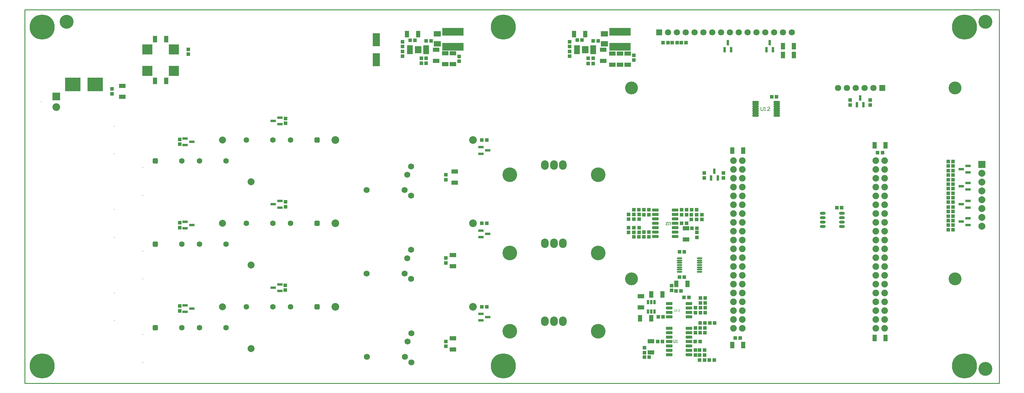
<source format=gts>
G04 Layer_Color=8388736*
%FSLAX43Y43*%
%MOMM*%
G71*
G01*
G75*
%ADD30C,0.150*%
%ADD37C,0.254*%
%ADD38C,0.178*%
%ADD39C,0.100*%
%ADD73R,2.903X2.903*%
%ADD74O,1.550X0.500*%
%ADD75R,6.203X2.203*%
%ADD76R,0.803X1.203*%
%ADD77R,1.553X0.803*%
%ADD78O,1.653X0.853*%
%ADD79R,2.003X1.543*%
%ADD80R,1.003X1.103*%
G04:AMPARAMS|DCode=81|XSize=0.653mm|YSize=1.803mm|CornerRadius=0.151mm|HoleSize=0mm|Usage=FLASHONLY|Rotation=90.000|XOffset=0mm|YOffset=0mm|HoleType=Round|Shape=RoundedRectangle|*
%AMROUNDEDRECTD81*
21,1,0.653,1.501,0,0,90.0*
21,1,0.351,1.803,0,0,90.0*
1,1,0.302,0.750,0.175*
1,1,0.302,0.750,-0.175*
1,1,0.302,-0.750,-0.175*
1,1,0.302,-0.750,0.175*
%
%ADD81ROUNDEDRECTD81*%
%ADD82R,4.443X4.013*%
%ADD83R,2.003X3.753*%
%ADD84C,4.000*%
G04:AMPARAMS|DCode=85|XSize=0.853mm|YSize=1.853mm|CornerRadius=0.15mm|HoleSize=0mm|Usage=FLASHONLY|Rotation=270.000|XOffset=0mm|YOffset=0mm|HoleType=Round|Shape=RoundedRectangle|*
%AMROUNDEDRECTD85*
21,1,0.853,1.552,0,0,270.0*
21,1,0.552,1.853,0,0,270.0*
1,1,0.301,-0.776,-0.276*
1,1,0.301,-0.776,0.276*
1,1,0.301,0.776,0.276*
1,1,0.301,0.776,-0.276*
%
%ADD85ROUNDEDRECTD85*%
%ADD86R,1.203X1.903*%
G04:AMPARAMS|DCode=87|XSize=0.503mm|YSize=1.753mm|CornerRadius=0.151mm|HoleSize=0mm|Usage=FLASHONLY|Rotation=90.000|XOffset=0mm|YOffset=0mm|HoleType=Round|Shape=RoundedRectangle|*
%AMROUNDEDRECTD87*
21,1,0.503,1.451,0,0,90.0*
21,1,0.201,1.753,0,0,90.0*
1,1,0.302,0.726,0.101*
1,1,0.302,0.726,-0.101*
1,1,0.302,-0.726,-0.101*
1,1,0.302,-0.726,0.101*
%
%ADD87ROUNDEDRECTD87*%
G04:AMPARAMS|DCode=88|XSize=1.933mm|YSize=2.103mm|CornerRadius=0.153mm|HoleSize=0mm|Usage=FLASHONLY|Rotation=0.000|XOffset=0mm|YOffset=0mm|HoleType=Round|Shape=RoundedRectangle|*
%AMROUNDEDRECTD88*
21,1,1.933,1.796,0,0,0.0*
21,1,1.626,2.103,0,0,0.0*
1,1,0.307,0.813,-0.898*
1,1,0.307,-0.813,-0.898*
1,1,0.307,-0.813,0.898*
1,1,0.307,0.813,0.898*
%
%ADD88ROUNDEDRECTD88*%
%ADD89R,1.103X1.003*%
%ADD90R,1.903X1.203*%
%ADD91R,0.803X1.553*%
%ADD92O,2.203X2.703*%
%ADD93C,2.203*%
%ADD94R,0.203X0.203*%
%ADD95C,2.003*%
%ADD96C,1.803*%
%ADD97R,1.803X1.803*%
%ADD98C,1.727*%
%ADD99C,1.903*%
%ADD100C,4.203*%
%ADD101R,2.203X2.203*%
%ADD102R,0.203X0.203*%
%ADD103C,7.203*%
%ADD104R,2.003X2.003*%
%ADD105C,1.603*%
G04:AMPARAMS|DCode=106|XSize=1.603mm|YSize=1.603mm|CornerRadius=0.452mm|HoleSize=0mm|Usage=FLASHONLY|Rotation=0.000|XOffset=0mm|YOffset=0mm|HoleType=Round|Shape=RoundedRectangle|*
%AMROUNDEDRECTD106*
21,1,1.603,0.700,0,0,0.0*
21,1,0.700,1.603,0,0,0.0*
1,1,0.903,0.350,-0.350*
1,1,0.903,-0.350,-0.350*
1,1,0.903,-0.350,0.350*
1,1,0.903,0.350,0.350*
%
%ADD106ROUNDEDRECTD106*%
%ADD107C,3.703*%
%ADD108C,0.803*%
D30*
X185575Y45525D02*
Y46192D01*
X185442Y46325D01*
X185175D01*
X185042Y46192D01*
Y45525D01*
X184242Y46325D02*
X184775D01*
X184242Y45792D01*
Y45659D01*
X184375Y45525D01*
X184642D01*
X184775Y45659D01*
X186425Y12475D02*
Y11808D01*
X186558Y11675D01*
X186825D01*
X186958Y11808D01*
Y12475D01*
X187225Y11675D02*
X187491D01*
X187358D01*
Y12475D01*
X187225Y12341D01*
D37*
X0Y0D02*
Y107500D01*
X280000D01*
Y0D02*
Y107500D01*
X0Y0D02*
X280000D01*
D38*
X211476Y79508D02*
Y78661D01*
X211645Y78492D01*
X211984D01*
X212153Y78661D01*
Y79508D01*
X212492Y78492D02*
X212830D01*
X212661D01*
Y79508D01*
X212492Y79338D01*
X214015Y78492D02*
X213338D01*
X214015Y79169D01*
Y79338D01*
X213846Y79508D01*
X213507D01*
X213338Y79338D01*
D39*
X186603Y21346D02*
Y20846D01*
X186703Y20746D01*
X186903D01*
X187003Y20846D01*
Y21346D01*
X187203Y20746D02*
X187403D01*
X187303D01*
Y21346D01*
X187203Y21246D01*
X187703D02*
X187803Y21346D01*
X188003D01*
X188103Y21246D01*
Y21146D01*
X188003Y21046D01*
X187903D01*
X188003D01*
X188103Y20946D01*
Y20846D01*
X188003Y20746D01*
X187803D01*
X187703Y20846D01*
D73*
X35190Y89890D02*
D03*
X42810D02*
D03*
Y96110D02*
D03*
X35190D02*
D03*
D74*
X188125Y35950D02*
D03*
Y35300D02*
D03*
Y34650D02*
D03*
Y34000D02*
D03*
Y33350D02*
D03*
Y32700D02*
D03*
Y32050D02*
D03*
X193875Y35950D02*
D03*
Y35300D02*
D03*
Y34650D02*
D03*
Y34000D02*
D03*
Y33350D02*
D03*
Y32700D02*
D03*
Y32050D02*
D03*
D75*
X123000Y96850D02*
D03*
Y101150D02*
D03*
X171000Y96850D02*
D03*
Y101150D02*
D03*
D76*
X179050Y20625D02*
D03*
X180000D02*
D03*
X180950D02*
D03*
Y23375D02*
D03*
X180000D02*
D03*
X179050D02*
D03*
D77*
X131025Y67950D02*
D03*
Y66050D02*
D03*
X132975Y67000D02*
D03*
X270975Y45550D02*
D03*
Y47450D02*
D03*
X269025Y46500D02*
D03*
X270975Y50550D02*
D03*
Y52450D02*
D03*
X269025Y51500D02*
D03*
X270975Y55750D02*
D03*
Y57650D02*
D03*
X269025Y56700D02*
D03*
X270975Y60650D02*
D03*
Y62550D02*
D03*
X269025Y61600D02*
D03*
X73275Y26550D02*
D03*
Y28450D02*
D03*
X71325Y27500D02*
D03*
X46025Y22450D02*
D03*
Y20550D02*
D03*
X47975Y21500D02*
D03*
X73275Y50550D02*
D03*
Y52450D02*
D03*
X71325Y51500D02*
D03*
X46025Y46450D02*
D03*
Y44550D02*
D03*
X47975Y45500D02*
D03*
X73275Y74550D02*
D03*
Y76450D02*
D03*
X71325Y75500D02*
D03*
X46025Y70450D02*
D03*
Y68550D02*
D03*
X47975Y69500D02*
D03*
X131025Y19950D02*
D03*
Y18050D02*
D03*
X132975Y19000D02*
D03*
X131025Y43950D02*
D03*
Y42050D02*
D03*
X132975Y43000D02*
D03*
D78*
X234725Y45095D02*
D03*
Y46365D02*
D03*
Y47635D02*
D03*
Y48905D02*
D03*
X229275Y45095D02*
D03*
Y46365D02*
D03*
Y47635D02*
D03*
Y48905D02*
D03*
D79*
X118500Y100530D02*
D03*
Y97670D02*
D03*
X166500Y100530D02*
D03*
Y97670D02*
D03*
D80*
X266700Y44200D02*
D03*
X265300D02*
D03*
X193100Y44600D02*
D03*
X191700D02*
D03*
X190800Y24700D02*
D03*
X189400D02*
D03*
X196800Y17300D02*
D03*
X198200D02*
D03*
X194100Y23100D02*
D03*
X195500D02*
D03*
X198100Y6700D02*
D03*
X196700D02*
D03*
X183200Y12000D02*
D03*
X181800D02*
D03*
X175000Y42100D02*
D03*
X176400D02*
D03*
X188100Y37800D02*
D03*
X189500D02*
D03*
X175000Y49900D02*
D03*
X176400D02*
D03*
X193000D02*
D03*
X191600D02*
D03*
X187100Y26600D02*
D03*
X188500D02*
D03*
X188100Y30500D02*
D03*
X189500D02*
D03*
X188700Y46000D02*
D03*
X190100D02*
D03*
X205530Y12970D02*
D03*
X204130D02*
D03*
X245030Y66370D02*
D03*
X246430D02*
D03*
X234700Y50500D02*
D03*
X233300D02*
D03*
X163300Y98500D02*
D03*
X164700D02*
D03*
X158700Y98800D02*
D03*
X160100D02*
D03*
X115300Y98500D02*
D03*
X116700D02*
D03*
X112100Y98700D02*
D03*
X110700D02*
D03*
X183400Y98000D02*
D03*
X184800D02*
D03*
X216000Y82400D02*
D03*
X214600D02*
D03*
X178000Y7500D02*
D03*
X179400D02*
D03*
X195400Y17300D02*
D03*
X194000D02*
D03*
Y15900D02*
D03*
X195400D02*
D03*
X194000Y14500D02*
D03*
X195400D02*
D03*
X194100Y21700D02*
D03*
X195500D02*
D03*
Y24500D02*
D03*
X194100D02*
D03*
Y20300D02*
D03*
X195500D02*
D03*
X177900Y42100D02*
D03*
X179300D02*
D03*
Y43500D02*
D03*
X177900D02*
D03*
X131300Y22000D02*
D03*
X132700D02*
D03*
X177900Y49900D02*
D03*
X179300D02*
D03*
Y48500D02*
D03*
X177900D02*
D03*
X131300Y46000D02*
D03*
X132700D02*
D03*
X190100Y49900D02*
D03*
X188700D02*
D03*
Y48500D02*
D03*
X190100D02*
D03*
X131300Y70000D02*
D03*
X132700D02*
D03*
X161900Y92000D02*
D03*
X163300D02*
D03*
Y93500D02*
D03*
X161900D02*
D03*
X113900Y92100D02*
D03*
X115300D02*
D03*
Y93500D02*
D03*
X113900D02*
D03*
X265300Y45500D02*
D03*
X266700D02*
D03*
X265300Y46800D02*
D03*
X266700D02*
D03*
X265300Y50700D02*
D03*
X266700D02*
D03*
X265300Y52100D02*
D03*
X266700D02*
D03*
X186000Y98000D02*
D03*
X187400D02*
D03*
X190000D02*
D03*
X188600D02*
D03*
X192600Y12000D02*
D03*
X194000D02*
D03*
X183400Y19100D02*
D03*
X182000D02*
D03*
X193900Y8100D02*
D03*
X195300D02*
D03*
Y6700D02*
D03*
X193900D02*
D03*
Y9500D02*
D03*
X195300D02*
D03*
X265300Y56000D02*
D03*
X266700D02*
D03*
X265300Y57300D02*
D03*
X266700D02*
D03*
X265300Y61200D02*
D03*
X266700D02*
D03*
X265300Y62500D02*
D03*
X266700D02*
D03*
Y63800D02*
D03*
X265300D02*
D03*
X266700Y59900D02*
D03*
X265300D02*
D03*
X266700Y58600D02*
D03*
X265300D02*
D03*
X266700Y54700D02*
D03*
X265300D02*
D03*
X266700Y53400D02*
D03*
X265300D02*
D03*
X266700Y49400D02*
D03*
X265300D02*
D03*
X266700Y48100D02*
D03*
X265300D02*
D03*
D81*
X216050Y77050D02*
D03*
Y77700D02*
D03*
Y78350D02*
D03*
Y79000D02*
D03*
Y79650D02*
D03*
Y80300D02*
D03*
Y80950D02*
D03*
X209950Y77050D02*
D03*
Y77700D02*
D03*
Y78350D02*
D03*
Y79000D02*
D03*
Y79650D02*
D03*
Y80300D02*
D03*
Y80950D02*
D03*
D82*
X20185Y86000D02*
D03*
X13815D02*
D03*
D83*
X101000Y93125D02*
D03*
Y98875D02*
D03*
D84*
X276000Y4100D02*
D03*
X12000Y104000D02*
D03*
X276000D02*
D03*
D85*
X181175Y49810D02*
D03*
Y48540D02*
D03*
Y47270D02*
D03*
Y46000D02*
D03*
Y44730D02*
D03*
Y43460D02*
D03*
Y42190D02*
D03*
X186825Y49810D02*
D03*
Y48540D02*
D03*
Y47270D02*
D03*
Y46000D02*
D03*
Y44730D02*
D03*
Y43460D02*
D03*
Y42190D02*
D03*
X190825Y19095D02*
D03*
Y20365D02*
D03*
Y21635D02*
D03*
Y22905D02*
D03*
X185175Y19095D02*
D03*
Y20365D02*
D03*
Y21635D02*
D03*
Y22905D02*
D03*
X190825Y8190D02*
D03*
Y9460D02*
D03*
Y10730D02*
D03*
Y12000D02*
D03*
Y13270D02*
D03*
Y14540D02*
D03*
Y15810D02*
D03*
X185175Y8190D02*
D03*
Y9460D02*
D03*
Y10730D02*
D03*
Y12000D02*
D03*
Y13270D02*
D03*
Y14540D02*
D03*
Y15810D02*
D03*
D86*
X176800Y18700D02*
D03*
X180000D02*
D03*
X217800Y97000D02*
D03*
X221000D02*
D03*
X190400Y28600D02*
D03*
X187200D02*
D03*
X203230Y10970D02*
D03*
X206430D02*
D03*
X247330Y68470D02*
D03*
X244130D02*
D03*
Y12970D02*
D03*
X247330D02*
D03*
X206430Y66970D02*
D03*
X203230D02*
D03*
X161000Y100500D02*
D03*
X157800D02*
D03*
X113000Y100500D02*
D03*
X109800D02*
D03*
X37400Y99000D02*
D03*
X40600D02*
D03*
X37400Y87000D02*
D03*
X40600D02*
D03*
X217800Y94500D02*
D03*
X221000D02*
D03*
X183200Y25500D02*
D03*
X180000D02*
D03*
D87*
X115325Y95000D02*
D03*
Y95500D02*
D03*
Y96000D02*
D03*
Y96500D02*
D03*
X110675Y95000D02*
D03*
Y95500D02*
D03*
Y96000D02*
D03*
Y96500D02*
D03*
Y97000D02*
D03*
X115325D02*
D03*
X163325Y95000D02*
D03*
Y95500D02*
D03*
Y96000D02*
D03*
Y96500D02*
D03*
X158675Y95000D02*
D03*
Y95500D02*
D03*
Y96000D02*
D03*
Y96500D02*
D03*
Y97000D02*
D03*
X163325D02*
D03*
D88*
X113000Y96000D02*
D03*
X161000D02*
D03*
D89*
X192700Y15900D02*
D03*
Y14500D02*
D03*
Y21700D02*
D03*
Y20300D02*
D03*
Y8100D02*
D03*
Y9500D02*
D03*
X178000Y8800D02*
D03*
Y10200D02*
D03*
X176500Y44800D02*
D03*
Y43400D02*
D03*
X121000Y12000D02*
D03*
Y10600D02*
D03*
X176500Y47200D02*
D03*
Y48600D02*
D03*
X121000Y36000D02*
D03*
Y34600D02*
D03*
X191500Y47100D02*
D03*
Y48500D02*
D03*
X121000Y60000D02*
D03*
Y58600D02*
D03*
X193100Y43400D02*
D03*
Y42000D02*
D03*
X195230Y59070D02*
D03*
Y60470D02*
D03*
X200730Y59070D02*
D03*
Y60470D02*
D03*
X25000Y84700D02*
D03*
Y83300D02*
D03*
X47000Y96100D02*
D03*
Y94700D02*
D03*
X175000Y94400D02*
D03*
Y93000D02*
D03*
X156500Y95500D02*
D03*
Y94100D02*
D03*
X124750Y92650D02*
D03*
Y94050D02*
D03*
X108500Y94100D02*
D03*
Y95500D02*
D03*
X185800Y26700D02*
D03*
Y28100D02*
D03*
X173500Y43400D02*
D03*
Y44800D02*
D03*
X175000D02*
D03*
Y43400D02*
D03*
X173500Y48600D02*
D03*
Y47200D02*
D03*
X175000D02*
D03*
Y48600D02*
D03*
X194500Y48500D02*
D03*
Y47100D02*
D03*
X193000D02*
D03*
Y48500D02*
D03*
X156500Y96900D02*
D03*
Y98300D02*
D03*
X108500Y96900D02*
D03*
Y98300D02*
D03*
X74800Y28200D02*
D03*
Y26800D02*
D03*
X44500Y20800D02*
D03*
Y22200D02*
D03*
X242900Y80100D02*
D03*
Y81500D02*
D03*
X74900Y52200D02*
D03*
Y50800D02*
D03*
X44500Y44800D02*
D03*
Y46200D02*
D03*
X237100Y80100D02*
D03*
Y81500D02*
D03*
X74900Y76200D02*
D03*
Y74800D02*
D03*
X44500Y68800D02*
D03*
Y70200D02*
D03*
D90*
X179900Y12100D02*
D03*
Y8900D02*
D03*
X123000Y9700D02*
D03*
Y12900D02*
D03*
Y33700D02*
D03*
Y36900D02*
D03*
X123500Y57700D02*
D03*
Y60900D02*
D03*
X190000Y41400D02*
D03*
Y44600D02*
D03*
X28000Y82400D02*
D03*
Y85600D02*
D03*
X168800Y91700D02*
D03*
Y94900D02*
D03*
X171000Y91700D02*
D03*
Y94900D02*
D03*
X173200Y91700D02*
D03*
Y94900D02*
D03*
X120800Y91800D02*
D03*
Y95000D02*
D03*
X123000Y91800D02*
D03*
Y95000D02*
D03*
X166200Y92800D02*
D03*
Y96000D02*
D03*
X118200Y92800D02*
D03*
Y96000D02*
D03*
X177000Y21800D02*
D03*
Y25000D02*
D03*
D91*
X239050Y80125D02*
D03*
X240950D02*
D03*
X240000Y82075D02*
D03*
X201050Y96025D02*
D03*
X202950D02*
D03*
X202000Y97975D02*
D03*
X213050Y96025D02*
D03*
X214950D02*
D03*
X214000Y97975D02*
D03*
X197180Y59095D02*
D03*
X199080D02*
D03*
X198130Y61045D02*
D03*
D92*
X154550Y62800D02*
D03*
X152000D02*
D03*
X149450D02*
D03*
X154550Y17800D02*
D03*
X152000D02*
D03*
X149450D02*
D03*
X154550Y40300D02*
D03*
X152000D02*
D03*
X149450D02*
D03*
D93*
X128750Y70000D02*
D03*
X89250D02*
D03*
X9000Y79500D02*
D03*
X128750Y22000D02*
D03*
X89250D02*
D03*
X128750Y46000D02*
D03*
X89250D02*
D03*
D94*
X25725Y66000D02*
D03*
Y74000D02*
D03*
X33925Y6000D02*
D03*
Y14000D02*
D03*
Y30000D02*
D03*
Y38000D02*
D03*
Y54000D02*
D03*
Y62000D02*
D03*
X25725Y18000D02*
D03*
Y26000D02*
D03*
Y42000D02*
D03*
Y50000D02*
D03*
D95*
X56800Y70000D02*
D03*
X275000Y60460D02*
D03*
Y57920D02*
D03*
Y55380D02*
D03*
Y52840D02*
D03*
Y50300D02*
D03*
Y47760D02*
D03*
Y45220D02*
D03*
X65000Y10000D02*
D03*
Y34000D02*
D03*
Y58000D02*
D03*
X56800Y22000D02*
D03*
Y46000D02*
D03*
D96*
X236190Y85000D02*
D03*
X241270D02*
D03*
X243810D02*
D03*
X238730D02*
D03*
X233650D02*
D03*
X220350Y101000D02*
D03*
X215270D02*
D03*
X210190D02*
D03*
X207650D02*
D03*
X202570D02*
D03*
X197490D02*
D03*
X192410D02*
D03*
X187330D02*
D03*
X184790D02*
D03*
X189870D02*
D03*
X194950D02*
D03*
X200030D02*
D03*
X205110D02*
D03*
X212730D02*
D03*
X217810D02*
D03*
D97*
X246350Y85000D02*
D03*
X182250Y101000D02*
D03*
D98*
X111000Y54000D02*
D03*
X109880Y59970D02*
D03*
X98200Y55570D02*
D03*
X109120D02*
D03*
X111000Y62380D02*
D03*
X111100Y6000D02*
D03*
X109980Y11970D02*
D03*
X98300Y7570D02*
D03*
X109220D02*
D03*
X111100Y14380D02*
D03*
X111000Y38380D02*
D03*
X109120Y31570D02*
D03*
X98200D02*
D03*
X109880Y35970D02*
D03*
X111000Y30000D02*
D03*
D99*
X244460Y64100D02*
D03*
Y61560D02*
D03*
Y59020D02*
D03*
Y56480D02*
D03*
Y53940D02*
D03*
Y51400D02*
D03*
Y48860D02*
D03*
Y46320D02*
D03*
Y43780D02*
D03*
Y41240D02*
D03*
Y38700D02*
D03*
Y36160D02*
D03*
Y33620D02*
D03*
Y31080D02*
D03*
Y28540D02*
D03*
Y26000D02*
D03*
Y23460D02*
D03*
Y20920D02*
D03*
Y18380D02*
D03*
Y15840D02*
D03*
X247000Y64100D02*
D03*
Y61560D02*
D03*
Y59020D02*
D03*
Y56480D02*
D03*
Y53940D02*
D03*
Y51400D02*
D03*
Y48860D02*
D03*
Y46320D02*
D03*
Y43780D02*
D03*
Y41240D02*
D03*
Y38700D02*
D03*
Y36160D02*
D03*
Y33620D02*
D03*
Y31080D02*
D03*
Y28540D02*
D03*
Y26000D02*
D03*
Y23460D02*
D03*
Y20920D02*
D03*
Y18380D02*
D03*
Y15840D02*
D03*
X206100D02*
D03*
Y18380D02*
D03*
Y20920D02*
D03*
Y23460D02*
D03*
Y26000D02*
D03*
Y28540D02*
D03*
Y31080D02*
D03*
Y33620D02*
D03*
Y36160D02*
D03*
Y38700D02*
D03*
Y41240D02*
D03*
Y43780D02*
D03*
Y46320D02*
D03*
Y48860D02*
D03*
Y51400D02*
D03*
Y53940D02*
D03*
Y56480D02*
D03*
Y59020D02*
D03*
Y61560D02*
D03*
Y64100D02*
D03*
X203560Y15840D02*
D03*
Y18380D02*
D03*
Y20920D02*
D03*
Y23460D02*
D03*
Y26000D02*
D03*
Y28540D02*
D03*
Y31080D02*
D03*
Y33620D02*
D03*
Y36160D02*
D03*
Y38700D02*
D03*
Y41240D02*
D03*
Y43780D02*
D03*
Y46320D02*
D03*
Y48860D02*
D03*
Y51400D02*
D03*
Y53940D02*
D03*
Y56480D02*
D03*
Y59020D02*
D03*
Y61560D02*
D03*
Y64100D02*
D03*
D100*
X164700Y15000D02*
D03*
X139300D02*
D03*
X164700Y60000D02*
D03*
X139300D02*
D03*
X164700Y37500D02*
D03*
X139300D02*
D03*
D101*
X9000Y82500D02*
D03*
D102*
X4680Y81000D02*
D03*
D103*
X137500Y5000D02*
D03*
X270000Y5000D02*
D03*
Y102500D02*
D03*
X5000Y5000D02*
D03*
Y102500D02*
D03*
X137500D02*
D03*
D104*
X275000Y63000D02*
D03*
D105*
X57820Y64000D02*
D03*
X50200D02*
D03*
X45120D02*
D03*
X76380Y22000D02*
D03*
X71300D02*
D03*
X63680D02*
D03*
X57820Y16000D02*
D03*
X50200D02*
D03*
X45120D02*
D03*
X76380Y46000D02*
D03*
X71300D02*
D03*
X63680D02*
D03*
X57820Y40000D02*
D03*
X50200D02*
D03*
X45120D02*
D03*
X76380Y70000D02*
D03*
X71300D02*
D03*
X63680D02*
D03*
D106*
X37500Y64000D02*
D03*
X84000Y22000D02*
D03*
X37500Y16000D02*
D03*
X84000Y46000D02*
D03*
X37500Y40000D02*
D03*
X84000Y70000D02*
D03*
D107*
X174270Y85000D02*
D03*
Y30000D02*
D03*
X267270D02*
D03*
Y85000D02*
D03*
D108*
X112500Y96500D02*
D03*
X113500D02*
D03*
X112500Y95500D02*
D03*
X113500D02*
D03*
X160500Y96500D02*
D03*
X161500D02*
D03*
X160500Y95500D02*
D03*
X161500D02*
D03*
M02*

</source>
